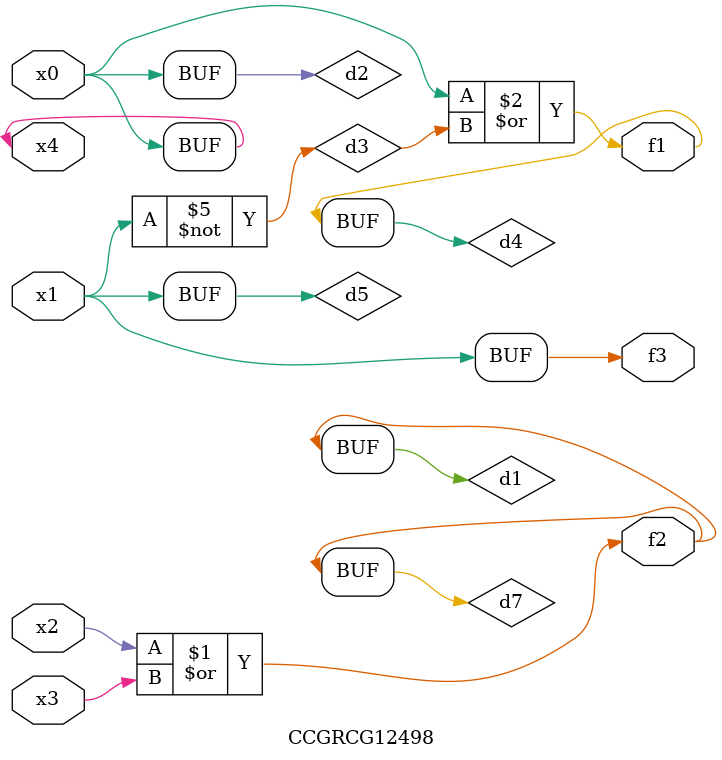
<source format=v>
module CCGRCG12498(
	input x0, x1, x2, x3, x4,
	output f1, f2, f3
);

	wire d1, d2, d3, d4, d5, d6, d7;

	or (d1, x2, x3);
	buf (d2, x0, x4);
	not (d3, x1);
	or (d4, d2, d3);
	not (d5, d3);
	nand (d6, d1, d3);
	or (d7, d1);
	assign f1 = d4;
	assign f2 = d7;
	assign f3 = d5;
endmodule

</source>
